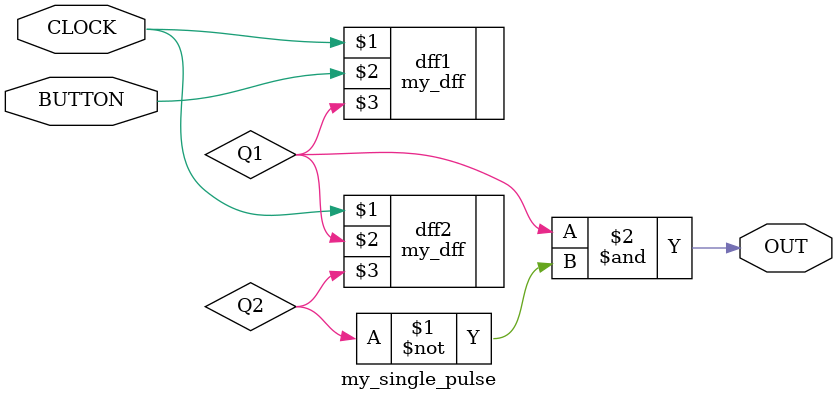
<source format=v>
`timescale 1ns / 1ps

module my_single_pulse(input CLOCK, input BUTTON, output OUT);
    wire Q1;
    wire Q2;
    
    // Instantiate two dff blocks.
    my_dff dff1(CLOCK, BUTTON, Q1);
    my_dff dff2(CLOCK, Q1, Q2);
    
    assign OUT = Q1 & ~Q2;
endmodule

</source>
